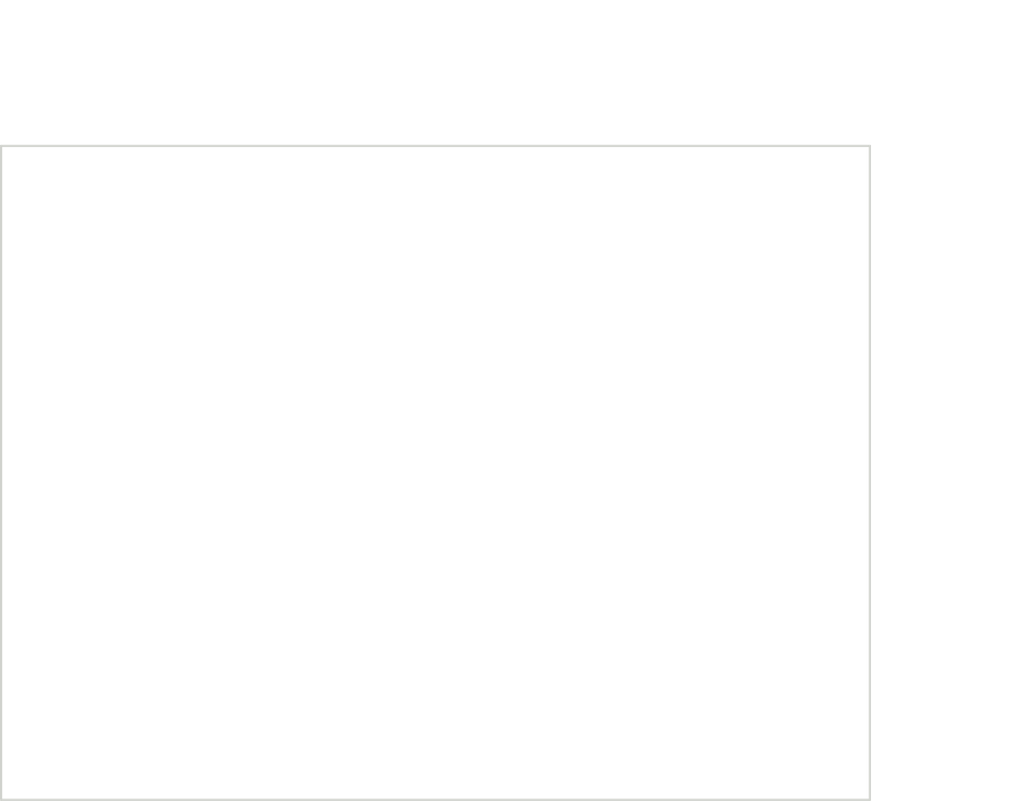
<source format=kicad_pcb>
(kicad_pcb (version 20171130) (host pcbnew "(5.1.0)-1")

  (general
    (thickness 1.6)
    (drawings 16)
    (tracks 0)
    (zones 0)
    (modules 0)
    (nets 1)
  )

  (page A4)
  (layers
    (0 F.Cu signal)
    (31 B.Cu signal)
    (32 B.Adhes user)
    (33 F.Adhes user)
    (34 B.Paste user)
    (35 F.Paste user)
    (36 B.SilkS user)
    (37 F.SilkS user)
    (38 B.Mask user)
    (39 F.Mask user)
    (40 Dwgs.User user)
    (41 Cmts.User user)
    (42 Eco1.User user)
    (43 Eco2.User user)
    (44 Edge.Cuts user)
    (45 Margin user)
    (46 B.CrtYd user)
    (47 F.CrtYd user)
    (48 B.Fab user)
    (49 F.Fab user)
  )

  (setup
    (last_trace_width 0.25)
    (trace_clearance 0.2)
    (zone_clearance 0.508)
    (zone_45_only no)
    (trace_min 0.2)
    (via_size 0.8)
    (via_drill 0.4)
    (via_min_size 0.4)
    (via_min_drill 0.3)
    (uvia_size 0.3)
    (uvia_drill 0.1)
    (uvias_allowed no)
    (uvia_min_size 0.2)
    (uvia_min_drill 0.1)
    (edge_width 0.05)
    (segment_width 0.2)
    (pcb_text_width 0.3)
    (pcb_text_size 1.5 1.5)
    (mod_edge_width 0.12)
    (mod_text_size 1 1)
    (mod_text_width 0.15)
    (pad_size 1.524 1.524)
    (pad_drill 0.762)
    (pad_to_mask_clearance 0.051)
    (solder_mask_min_width 0.25)
    (aux_axis_origin 0 0)
    (visible_elements FFFFFF7F)
    (pcbplotparams
      (layerselection 0x010fc_ffffffff)
      (usegerberextensions false)
      (usegerberattributes false)
      (usegerberadvancedattributes false)
      (creategerberjobfile false)
      (excludeedgelayer true)
      (linewidth 0.152400)
      (plotframeref false)
      (viasonmask false)
      (mode 1)
      (useauxorigin false)
      (hpglpennumber 1)
      (hpglpenspeed 20)
      (hpglpendiameter 15.000000)
      (psnegative false)
      (psa4output false)
      (plotreference true)
      (plotvalue true)
      (plotinvisibletext false)
      (padsonsilk false)
      (subtractmaskfromsilk false)
      (outputformat 1)
      (mirror false)
      (drillshape 1)
      (scaleselection 1)
      (outputdirectory ""))
  )

  (net 0 "")

  (net_class Default "This is the default net class."
    (clearance 0.2)
    (trace_width 0.25)
    (via_dia 0.8)
    (via_drill 0.4)
    (uvia_dia 0.3)
    (uvia_drill 0.1)
  )

  (gr_line (start 111.63 68.04) (end 111.63 127.540001) (layer Edge.Cuts) (width 0.2))
  (gr_line (start 111.63 127.540001) (end 190.63 127.540001) (layer Edge.Cuts) (width 0.2))
  (gr_line (start 190.63 127.540001) (end 190.63 68.04) (layer Edge.Cuts) (width 0.2))
  (gr_line (start 190.63 68.04) (end 111.63 68.04) (layer Edge.Cuts) (width 0.2))
  (gr_text [2.34] (at 200.63 99.679462) (layer Dwgs.User)
    (effects (font (size 1.7 1.53) (thickness 0.2125)))
  )
  (gr_text " 59.50" (at 200.63 96.122026) (layer Dwgs.User)
    (effects (font (size 1.7 1.53) (thickness 0.2125)))
  )
  (gr_line (start 200.63 70.04) (end 200.63 94.232565) (layer Dwgs.User) (width 0.2))
  (gr_line (start 200.63 125.54) (end 200.63 101.347436) (layer Dwgs.User) (width 0.2))
  (gr_line (start 191.63 68.04) (end 203.805 68.04) (layer Dwgs.User) (width 0.2))
  (gr_line (start 191.63 127.54) (end 203.805 127.54) (layer Dwgs.User) (width 0.2))
  (gr_text [3.11] (at 151.13 59.929462) (layer Dwgs.User)
    (effects (font (size 1.7 1.53) (thickness 0.2125)))
  )
  (gr_text " 79.00" (at 151.13 56.372026) (layer Dwgs.User)
    (effects (font (size 1.7 1.53) (thickness 0.2125)))
  )
  (gr_line (start 113.63 58.04) (end 147.085388 58.04) (layer Dwgs.User) (width 0.2))
  (gr_line (start 188.63 58.04) (end 155.174611 58.04) (layer Dwgs.User) (width 0.2))
  (gr_line (start 111.63 67.04) (end 111.63 54.865) (layer Dwgs.User) (width 0.2))
  (gr_line (start 190.63 67.04) (end 190.63 54.865) (layer Dwgs.User) (width 0.2))

)

</source>
